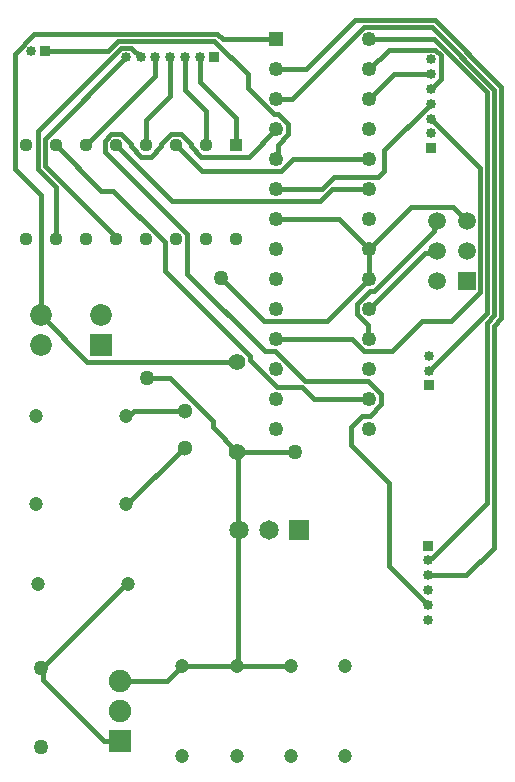
<source format=gtl>
G04*
G04 #@! TF.GenerationSoftware,Altium Limited,Altium Designer,22.3.1 (43)*
G04*
G04 Layer_Physical_Order=1*
G04 Layer_Color=255*
%FSLAX25Y25*%
%MOIN*%
G70*
G04*
G04 #@! TF.SameCoordinates,1C7FBABB-5D2B-4B54-8B73-D7DE824473AF*
G04*
G04*
G04 #@! TF.FilePolarity,Positive*
G04*
G01*
G75*
%ADD35C,0.01500*%
%ADD36C,0.04921*%
%ADD37R,0.04921X0.04921*%
%ADD38C,0.03347*%
%ADD39R,0.03347X0.03347*%
%ADD40C,0.05118*%
%ADD41R,0.06500X0.06500*%
%ADD42C,0.06500*%
%ADD43R,0.07520X0.07520*%
%ADD44C,0.07520*%
%ADD45C,0.04449*%
%ADD46R,0.04449X0.04449*%
%ADD47R,0.07284X0.07284*%
%ADD48C,0.07284*%
%ADD49C,0.05512*%
%ADD50R,0.03347X0.03347*%
%ADD51C,0.05906*%
%ADD52R,0.05906X0.05906*%
%ADD53C,0.04724*%
%ADD54C,0.05000*%
D35*
X100328Y236000D02*
X124339Y260011D01*
X146817D01*
X167603Y163929D02*
Y239225D01*
X146817Y260011D02*
X167603Y239225D01*
X147545Y83809D02*
X147663D01*
X165200Y101347D01*
X145500Y82264D02*
X146000D01*
X147545Y83809D01*
X167500Y86500D02*
Y160573D01*
X169903Y162976D02*
Y240177D01*
X165200Y161526D02*
X167603Y163929D01*
X104788Y246000D02*
X121099Y262311D01*
X147770D02*
X169903Y240177D01*
X165200Y101347D02*
Y161526D01*
X167500Y160573D02*
X169903Y162976D01*
X95000Y236000D02*
X100328D01*
X121099Y262311D02*
X147770D01*
X147835Y252487D02*
X149723Y250599D01*
X126000Y246000D02*
X132487Y252487D01*
X149723Y242645D02*
Y250599D01*
X146500Y239421D02*
X149723Y242645D01*
X132487Y252487D02*
X147835D01*
X158343Y77342D02*
X167500Y86500D01*
X132471Y80529D02*
X145500Y67500D01*
X132471Y80529D02*
Y108029D01*
X145500Y77342D02*
X158343D01*
X119863Y120637D02*
X132471Y108029D01*
X126000Y256000D02*
X147575D01*
X165303Y238272D01*
X57726Y178864D02*
X86306Y150284D01*
Y149022D02*
Y150284D01*
X57726Y178864D02*
Y188482D01*
X95318Y140011D02*
X103409D01*
X40708Y205500D02*
X57726Y188482D01*
X119863Y126809D02*
X123628Y130574D01*
X126246D02*
X130011Y134339D01*
X119863Y120637D02*
Y126809D01*
X123628Y130574D02*
X126246D01*
X17726Y213774D02*
X41500Y190000D01*
Y189370D02*
Y190000D01*
X17726Y213774D02*
Y222911D01*
X103409Y140011D02*
X107419Y136000D01*
X65274Y177820D02*
Y190934D01*
X91011Y161989D02*
X111989D01*
X76500Y176500D02*
X91011Y161989D01*
X94683Y151989D02*
X104683Y141989D01*
X107419Y136000D02*
X126000D01*
X65274Y177820D02*
X91106Y151989D01*
X94683D01*
X86306Y149022D02*
X95318Y140011D01*
X104683Y141989D02*
X125682D01*
X111989Y161989D02*
X126000Y176000D01*
X124339Y151989D02*
X133713D01*
X143713Y161989D01*
X120328Y156000D02*
X124339Y151989D01*
X130011Y134339D02*
Y137661D01*
X125682Y141989D02*
X130011Y137661D01*
X52000Y143000D02*
X59413D01*
X73717Y126783D02*
Y128696D01*
X59413Y143000D02*
X73717Y128696D01*
X82000Y118500D02*
X101137D01*
X73717Y126783D02*
X82000Y118500D01*
X147657Y194657D02*
X148500Y195500D01*
X127661Y171989D02*
X147657Y191985D01*
X121989Y167661D02*
X126318Y171989D01*
X121989Y164299D02*
Y167661D01*
X126318Y171989D02*
X127661D01*
X125578Y156422D02*
Y160711D01*
Y156422D02*
X126000Y156000D01*
X121989Y164299D02*
X125578Y160711D01*
X147657Y191985D02*
Y194657D01*
X126000Y166000D02*
X144657Y184657D01*
X147657D01*
X148500Y185500D01*
X94578Y236422D02*
X95000Y236000D01*
Y246000D02*
X104788D01*
X85493Y239835D02*
X94328Y231000D01*
X95672D01*
X95422Y216422D02*
Y220711D01*
X95672Y231000D02*
X99011Y227661D01*
X95000Y216000D02*
X95422Y216422D01*
Y220711D02*
X99011Y224299D01*
Y227661D01*
X85493Y239835D02*
Y244388D01*
X42270Y255523D02*
X74358D01*
X85493Y244388D01*
X116000Y196000D02*
X126000Y186000D01*
X95000Y196000D02*
X116000D01*
X113581Y206000D02*
X126000D01*
X109570Y201989D02*
X113581Y206000D01*
X143713Y161989D02*
X153087D01*
X163003Y171905D01*
X16500Y164000D02*
Y203998D01*
X7726Y212772D02*
X16500Y203998D01*
X7726Y212772D02*
Y251205D01*
X14344Y257823D01*
X75310D01*
X77134Y256000D02*
X95000D01*
X75310Y257823D02*
X77134Y256000D01*
X37726Y218482D02*
X65274Y190934D01*
X36630Y205500D02*
X40708D01*
X21500Y220630D02*
X36630Y205500D01*
X46500Y220292D02*
X49937Y216856D01*
X46500Y220292D02*
Y220968D01*
X43063Y224404D02*
X46500Y220968D01*
X53063Y216856D02*
X56500Y220292D01*
X15426Y225426D02*
X43223Y253223D01*
X15426Y212822D02*
Y225426D01*
X17726Y222911D02*
X44815Y250000D01*
X21500Y189370D02*
Y206747D01*
X15426Y212822D02*
X21500Y206747D01*
X18000Y252000D02*
X38747D01*
X43223Y253223D02*
X46513D01*
X49736Y250000D01*
X38747Y252000D02*
X42270Y255523D01*
X54658Y243787D02*
Y250000D01*
X31500Y220630D02*
X54658Y243787D01*
X37726Y218482D02*
Y222193D01*
X39937Y224404D02*
X43063D01*
X37726Y222193D02*
X39937Y224404D01*
X146000Y145579D02*
X165303Y164882D01*
X146500Y229579D02*
X163003Y213076D01*
Y171905D02*
Y213076D01*
X95000Y156000D02*
X120328D01*
X165303Y164882D02*
Y238272D01*
X131000Y219000D02*
X146500Y234500D01*
X131000Y212000D02*
Y219000D01*
X129011Y210011D02*
X131000Y212000D01*
X114339Y210011D02*
X129011D01*
X126000Y186000D02*
X140003Y200003D01*
X153997D01*
X158500Y195500D01*
X126000Y176000D02*
Y186000D01*
X16500Y164000D02*
X32000Y148500D01*
X82000D01*
X82250Y92750D02*
Y118250D01*
Y92750D02*
X82500Y92500D01*
X82000Y118500D02*
X82250Y118250D01*
Y47250D02*
Y92250D01*
X82000Y47000D02*
X82250Y47250D01*
Y92250D02*
X82500Y92500D01*
X82000Y47000D02*
X100000D01*
X63500D02*
X82000D01*
X43000Y42039D02*
X58539D01*
X63500Y47000D01*
X17170Y42330D02*
X37539Y21961D01*
X16500Y46500D02*
X17170Y45830D01*
X17000Y46500D02*
X45000Y74500D01*
X17170Y42330D02*
Y45830D01*
X45000Y74500D02*
X45500D01*
X16500Y46500D02*
X17000D01*
X37539Y21961D02*
X43000D01*
X96661Y211989D02*
X100672Y216000D01*
X126000D01*
X61500Y220630D02*
X70140Y211989D01*
X96661D01*
X110328Y206000D02*
X114339Y210011D01*
X85856Y216856D02*
X95000Y226000D01*
X63063Y224404D02*
X66500Y220968D01*
X56500Y220292D02*
Y220968D01*
X41500Y220630D02*
X60141Y201989D01*
X69937Y216856D02*
X85856D01*
X66500Y220292D02*
X69937Y216856D01*
X66500Y220292D02*
Y220968D01*
X49937Y216856D02*
X53063D01*
X60141Y201989D02*
X109570D01*
X56500Y220968D02*
X59937Y224404D01*
X81500Y220630D02*
Y229763D01*
X69421Y241842D02*
Y250000D01*
Y241842D02*
X81500Y229763D01*
X59937Y224404D02*
X63063D01*
X95000Y206000D02*
X110328D01*
X134343Y244342D02*
X146500D01*
X126000Y236000D02*
X134343Y244342D01*
X45873Y130500D02*
X47475Y132102D01*
X45000Y130500D02*
X45873D01*
X47475Y132102D02*
X64500D01*
X45301Y101000D02*
X64199Y119898D01*
X45000Y101000D02*
X45301D01*
X64199Y119898D02*
X64500D01*
X59579Y237079D02*
Y250000D01*
X51500Y229000D02*
X59579Y237079D01*
X51500Y220630D02*
Y229000D01*
X71500Y220630D02*
Y231964D01*
X64500Y238964D02*
X71500Y231964D01*
X64500Y238964D02*
Y250000D01*
Y119898D02*
Y120122D01*
D36*
X126000Y256000D02*
D03*
Y246000D02*
D03*
Y236000D02*
D03*
Y226000D02*
D03*
Y216000D02*
D03*
Y206000D02*
D03*
Y196000D02*
D03*
Y186000D02*
D03*
Y176000D02*
D03*
Y166000D02*
D03*
Y156000D02*
D03*
Y146000D02*
D03*
Y136000D02*
D03*
Y126000D02*
D03*
X95000D02*
D03*
Y136000D02*
D03*
Y146000D02*
D03*
Y156000D02*
D03*
Y166000D02*
D03*
Y176000D02*
D03*
Y186000D02*
D03*
Y196000D02*
D03*
Y206000D02*
D03*
Y216000D02*
D03*
Y226000D02*
D03*
Y236000D02*
D03*
Y246000D02*
D03*
D37*
Y256000D02*
D03*
D38*
X145500Y62579D02*
D03*
Y67500D02*
D03*
Y72421D02*
D03*
Y77342D02*
D03*
Y82264D02*
D03*
X146500Y249264D02*
D03*
Y244342D02*
D03*
Y239421D02*
D03*
Y234500D02*
D03*
Y229579D02*
D03*
Y224658D02*
D03*
X13079Y252000D02*
D03*
X146000Y150500D02*
D03*
Y145579D02*
D03*
X44815Y250000D02*
D03*
X49736D02*
D03*
X54658D02*
D03*
X59579D02*
D03*
X64500D02*
D03*
X69421D02*
D03*
D39*
X145500Y87185D02*
D03*
X146500Y219736D02*
D03*
X146000Y140657D02*
D03*
D40*
X64500Y119898D02*
D03*
Y132102D02*
D03*
D41*
X102500Y92500D02*
D03*
D42*
X92500D02*
D03*
X82500D02*
D03*
D43*
X43000Y21961D02*
D03*
D44*
Y32000D02*
D03*
Y42039D02*
D03*
D45*
X81500Y189370D02*
D03*
X71500D02*
D03*
X61500D02*
D03*
X51500D02*
D03*
X41500D02*
D03*
X31500D02*
D03*
X21500D02*
D03*
X11500D02*
D03*
Y220630D02*
D03*
X21500D02*
D03*
X31500D02*
D03*
X41500D02*
D03*
X51500D02*
D03*
X61500D02*
D03*
X71500D02*
D03*
D46*
X81500D02*
D03*
D47*
X36500Y154000D02*
D03*
D48*
X16500D02*
D03*
Y164000D02*
D03*
X36500D02*
D03*
D49*
X82000Y118500D02*
D03*
Y148500D02*
D03*
D50*
X18000Y252000D02*
D03*
X74343Y250000D02*
D03*
D51*
X148500Y195500D02*
D03*
Y185500D02*
D03*
Y175500D02*
D03*
X158500Y195500D02*
D03*
Y185500D02*
D03*
D52*
Y175500D02*
D03*
D53*
X63500Y17000D02*
D03*
Y47000D02*
D03*
X45000Y130500D02*
D03*
X15000D02*
D03*
X45000Y101000D02*
D03*
X15000D02*
D03*
X100000Y47000D02*
D03*
Y17000D02*
D03*
X45500Y74500D02*
D03*
X15500D02*
D03*
X82000Y47000D02*
D03*
Y17000D02*
D03*
X118000D02*
D03*
Y47000D02*
D03*
D54*
X101137Y118500D02*
D03*
X52000Y143000D02*
D03*
X76500Y176500D02*
D03*
X16500Y20000D02*
D03*
Y46500D02*
D03*
M02*

</source>
